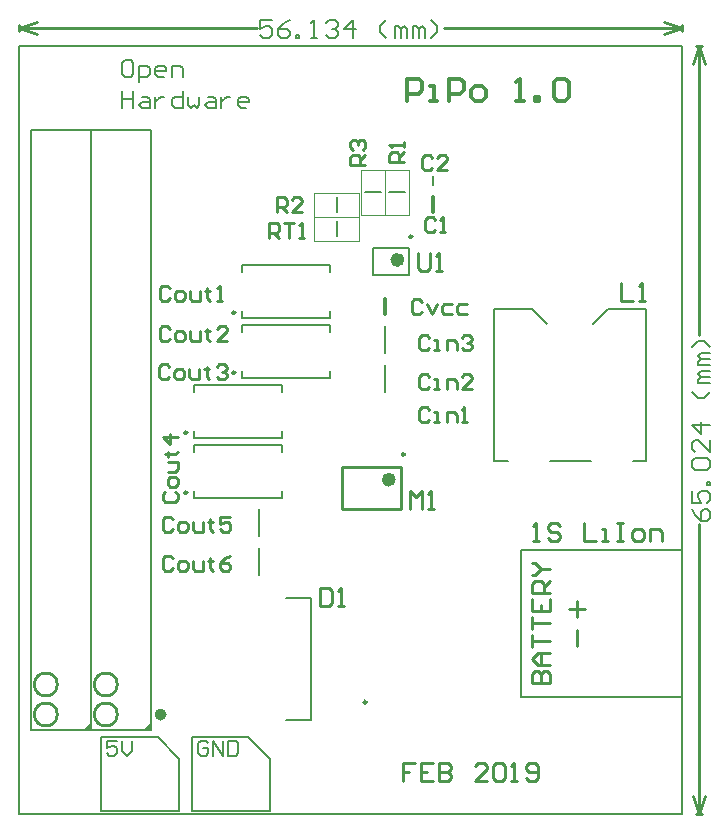
<source format=gto>
G04 Layer_Color=65535*
%FSLAX44Y44*%
%MOMM*%
G71*
G01*
G75*
%ADD25C,0.2540*%
%ADD26C,0.5080*%
%ADD28C,0.1270*%
%ADD29C,0.1524*%
%ADD36C,0.6000*%
%ADD37C,0.2500*%
%ADD38C,0.1000*%
%ADD39C,0.3048*%
%ADD40C,0.2000*%
%ADD41C,0.2032*%
D25*
X345050Y454750D02*
G03*
X345050Y454750I-9750J0D01*
G01*
X395850D02*
G03*
X395850Y454750I-9750J0D01*
G01*
Y480150D02*
G03*
X395850Y480150I-9750J0D01*
G01*
X345050D02*
G03*
X345050Y480150I-9750J0D01*
G01*
X643890Y628650D02*
Y643885D01*
X648968Y638807D01*
X654047Y643885D01*
Y628650D01*
X659125D02*
X664203D01*
X661664D01*
Y643885D01*
X659125Y641346D01*
X650240Y845815D02*
Y833119D01*
X652779Y830580D01*
X657858D01*
X660397Y833119D01*
Y845815D01*
X665475Y830580D02*
X670553D01*
X668014D01*
Y845815D01*
X665475Y843276D01*
X665054Y873545D02*
X662938Y875661D01*
X658706D01*
X656590Y873545D01*
Y865081D01*
X658706Y862965D01*
X662938D01*
X665054Y865081D01*
X669286Y862965D02*
X673518D01*
X671402D01*
Y875661D01*
X669286Y873545D01*
X662514Y926250D02*
X660398Y928366D01*
X656166D01*
X654050Y926250D01*
Y917786D01*
X656166Y915670D01*
X660398D01*
X662514Y917786D01*
X675210Y915670D02*
X666746D01*
X675210Y924134D01*
Y926250D01*
X673094Y928366D01*
X668862D01*
X666746Y926250D01*
X659974Y712890D02*
X657858Y715006D01*
X653626D01*
X651510Y712890D01*
Y704426D01*
X653626Y702310D01*
X657858D01*
X659974Y704426D01*
X664206Y702310D02*
X668438D01*
X666322D01*
Y710774D01*
X664206D01*
X674786Y702310D02*
Y710774D01*
X681134D01*
X683250Y708658D01*
Y702310D01*
X687482D02*
X691714D01*
X689598D01*
Y715006D01*
X687482Y712890D01*
X440264Y815760D02*
X438148Y817876D01*
X433916D01*
X431800Y815760D01*
Y807296D01*
X433916Y805180D01*
X438148D01*
X440264Y807296D01*
X446612Y805180D02*
X450844D01*
X452960Y807296D01*
Y811528D01*
X450844Y813644D01*
X446612D01*
X444496Y811528D01*
Y807296D01*
X446612Y805180D01*
X457192Y813644D02*
Y807296D01*
X459308Y805180D01*
X465656D01*
Y813644D01*
X472004Y815760D02*
Y813644D01*
X469888D01*
X474120D01*
X472004D01*
Y807296D01*
X474120Y805180D01*
X480468D02*
X484700D01*
X482584D01*
Y817876D01*
X480468Y815760D01*
X440264Y781470D02*
X438148Y783586D01*
X433916D01*
X431800Y781470D01*
Y773006D01*
X433916Y770890D01*
X438148D01*
X440264Y773006D01*
X446612Y770890D02*
X450844D01*
X452960Y773006D01*
Y777238D01*
X450844Y779354D01*
X446612D01*
X444496Y777238D01*
Y773006D01*
X446612Y770890D01*
X457192Y779354D02*
Y773006D01*
X459308Y770890D01*
X465656D01*
Y779354D01*
X472004Y781470D02*
Y779354D01*
X469888D01*
X474120D01*
X472004D01*
Y773006D01*
X474120Y770890D01*
X488932D02*
X480468D01*
X488932Y779354D01*
Y781470D01*
X486815Y783586D01*
X482584D01*
X480468Y781470D01*
X439629Y749085D02*
X437513Y751201D01*
X433281D01*
X431165Y749085D01*
Y740621D01*
X433281Y738505D01*
X437513D01*
X439629Y740621D01*
X445977Y738505D02*
X450209D01*
X452325Y740621D01*
Y744853D01*
X450209Y746969D01*
X445977D01*
X443861Y744853D01*
Y740621D01*
X445977Y738505D01*
X456557Y746969D02*
Y740621D01*
X458673Y738505D01*
X465021D01*
Y746969D01*
X471369Y749085D02*
Y746969D01*
X469253D01*
X473485D01*
X471369D01*
Y740621D01*
X473485Y738505D01*
X479833Y749085D02*
X481949Y751201D01*
X486180D01*
X488297Y749085D01*
Y746969D01*
X486180Y744853D01*
X484064D01*
X486180D01*
X488297Y742737D01*
Y740621D01*
X486180Y738505D01*
X481949D01*
X479833Y740621D01*
X436460Y643464D02*
X434344Y641348D01*
Y637116D01*
X436460Y635000D01*
X444924D01*
X447040Y637116D01*
Y641348D01*
X444924Y643464D01*
X447040Y649812D02*
Y654044D01*
X444924Y656160D01*
X440692D01*
X438576Y654044D01*
Y649812D01*
X440692Y647696D01*
X444924D01*
X447040Y649812D01*
X438576Y660392D02*
X444924D01*
X447040Y662508D01*
Y668856D01*
X438576D01*
X436460Y675204D02*
X438576D01*
Y673088D01*
Y677320D01*
Y675204D01*
X444924D01*
X447040Y677320D01*
Y690015D02*
X434344D01*
X440692Y683668D01*
Y692132D01*
X442804Y620180D02*
X440688Y622296D01*
X436456D01*
X434340Y620180D01*
Y611716D01*
X436456Y609600D01*
X440688D01*
X442804Y611716D01*
X449152Y609600D02*
X453384D01*
X455500Y611716D01*
Y615948D01*
X453384Y618064D01*
X449152D01*
X447036Y615948D01*
Y611716D01*
X449152Y609600D01*
X459732Y618064D02*
Y611716D01*
X461848Y609600D01*
X468196D01*
Y618064D01*
X474544Y620180D02*
Y618064D01*
X472428D01*
X476660D01*
X474544D01*
Y611716D01*
X476660Y609600D01*
X491471Y622296D02*
X483008D01*
Y615948D01*
X487239Y618064D01*
X489356D01*
X491471Y615948D01*
Y611716D01*
X489356Y609600D01*
X485123D01*
X483008Y611716D01*
X442804Y587160D02*
X440688Y589276D01*
X436456D01*
X434340Y587160D01*
Y578696D01*
X436456Y576580D01*
X440688D01*
X442804Y578696D01*
X449152Y576580D02*
X453384D01*
X455500Y578696D01*
Y582928D01*
X453384Y585044D01*
X449152D01*
X447036Y582928D01*
Y578696D01*
X449152Y576580D01*
X459732Y585044D02*
Y578696D01*
X461848Y576580D01*
X468196D01*
Y585044D01*
X474544Y587160D02*
Y585044D01*
X472428D01*
X476660D01*
X474544D01*
Y578696D01*
X476660Y576580D01*
X491471Y589276D02*
X487239Y587160D01*
X483008Y582928D01*
Y578696D01*
X485123Y576580D01*
X489356D01*
X491471Y578696D01*
Y580812D01*
X489356Y582928D01*
X483008D01*
X653624Y804330D02*
X651508Y806446D01*
X647276D01*
X645160Y804330D01*
Y795866D01*
X647276Y793750D01*
X651508D01*
X653624Y795866D01*
X657856Y802214D02*
X662088Y793750D01*
X666320Y802214D01*
X679016D02*
X672668D01*
X670552Y800098D01*
Y795866D01*
X672668Y793750D01*
X679016D01*
X691712Y802214D02*
X685364D01*
X683248Y800098D01*
Y795866D01*
X685364Y793750D01*
X691712D01*
X567055Y561970D02*
Y546735D01*
X574673D01*
X577212Y549274D01*
Y559431D01*
X574673Y561970D01*
X567055D01*
X582290Y546735D02*
X587368D01*
X584829D01*
Y561970D01*
X582290Y559431D01*
X822400Y820035D02*
Y804800D01*
X832557D01*
X837635D02*
X842713D01*
X840174D01*
Y820035D01*
X837635Y817496D01*
X638810Y922340D02*
X626114D01*
Y928688D01*
X628230Y930804D01*
X632462D01*
X634578Y928688D01*
Y922340D01*
Y926572D02*
X638810Y930804D01*
Y935036D02*
Y939268D01*
Y937152D01*
X626114D01*
X628230Y935036D01*
X530860Y880110D02*
Y892806D01*
X537208D01*
X539324Y890690D01*
Y886458D01*
X537208Y884342D01*
X530860D01*
X535092D02*
X539324Y880110D01*
X552020D02*
X543556D01*
X552020Y888574D01*
Y890690D01*
X549904Y892806D01*
X545672D01*
X543556Y890690D01*
X605790Y920115D02*
X593094D01*
Y926463D01*
X595210Y928579D01*
X599442D01*
X601558Y926463D01*
Y920115D01*
Y924347D02*
X605790Y928579D01*
X595210Y932811D02*
X593094Y934927D01*
Y939159D01*
X595210Y941275D01*
X597326D01*
X599442Y939159D01*
Y937043D01*
Y939159D01*
X601558Y941275D01*
X603674D01*
X605790Y939159D01*
Y934927D01*
X603674Y932811D01*
X524510Y858520D02*
Y871216D01*
X530858D01*
X532974Y869100D01*
Y864868D01*
X530858Y862752D01*
X524510D01*
X528742D02*
X532974Y858520D01*
X537206Y871216D02*
X545670D01*
X541438D01*
Y858520D01*
X549902D02*
X554134D01*
X552018D01*
Y871216D01*
X549902Y869100D01*
X659974Y740830D02*
X657858Y742946D01*
X653626D01*
X651510Y740830D01*
Y732366D01*
X653626Y730250D01*
X657858D01*
X659974Y732366D01*
X664206Y730250D02*
X668438D01*
X666322D01*
Y738714D01*
X664206D01*
X674786Y730250D02*
Y738714D01*
X681134D01*
X683250Y736598D01*
Y730250D01*
X695946D02*
X687482D01*
X695946Y738714D01*
Y740830D01*
X693830Y742946D01*
X689598D01*
X687482Y740830D01*
X659974Y773850D02*
X657858Y775966D01*
X653626D01*
X651510Y773850D01*
Y765386D01*
X653626Y763270D01*
X657858D01*
X659974Y765386D01*
X664206Y763270D02*
X668438D01*
X666322D01*
Y771734D01*
X664206D01*
X674786Y763270D02*
Y771734D01*
X681134D01*
X683250Y769618D01*
Y763270D01*
X687482Y773850D02*
X689598Y775966D01*
X693830D01*
X695946Y773850D01*
Y771734D01*
X693830Y769618D01*
X691714D01*
X693830D01*
X695946Y767502D01*
Y765386D01*
X693830Y763270D01*
X689598D01*
X687482Y765386D01*
X647697Y414015D02*
X637540D01*
Y406398D01*
X642618D01*
X637540D01*
Y398780D01*
X662932Y414015D02*
X652775D01*
Y398780D01*
X662932D01*
X652775Y406398D02*
X657853D01*
X668010Y414015D02*
Y398780D01*
X675628D01*
X678167Y401319D01*
Y403858D01*
X675628Y406398D01*
X668010D01*
X675628D01*
X678167Y408937D01*
Y411476D01*
X675628Y414015D01*
X668010D01*
X708637Y398780D02*
X698480D01*
X708637Y408937D01*
Y411476D01*
X706098Y414015D01*
X701020D01*
X698480Y411476D01*
X713715D02*
X716255Y414015D01*
X721333D01*
X723872Y411476D01*
Y401319D01*
X721333Y398780D01*
X716255D01*
X713715Y401319D01*
Y411476D01*
X728950Y398780D02*
X734029D01*
X731490D01*
Y414015D01*
X728950Y411476D01*
X741646Y401319D02*
X744185Y398780D01*
X749264D01*
X751803Y401319D01*
Y411476D01*
X749264Y414015D01*
X744185D01*
X741646Y411476D01*
Y408937D01*
X744185Y406398D01*
X751803D01*
X747395Y601980D02*
X752473D01*
X749934D01*
Y617215D01*
X747395Y614676D01*
X770248D02*
X767708Y617215D01*
X762630D01*
X760091Y614676D01*
Y612137D01*
X762630Y609598D01*
X767708D01*
X770248Y607058D01*
Y604519D01*
X767708Y601980D01*
X762630D01*
X760091Y604519D01*
X790561Y617215D02*
Y601980D01*
X800718D01*
X805796D02*
X810874D01*
X808335D01*
Y612137D01*
X805796D01*
X818492Y617215D02*
X823570D01*
X821031D01*
Y601980D01*
X818492D01*
X823570D01*
X833727D02*
X838805D01*
X841345Y604519D01*
Y609598D01*
X838805Y612137D01*
X833727D01*
X831188Y609598D01*
Y604519D01*
X833727Y601980D01*
X846423D02*
Y612137D01*
X854041D01*
X856580Y609598D01*
Y601980D01*
X784857Y526415D02*
Y512873D01*
X784863Y537210D02*
Y550752D01*
X778092Y543981D02*
X791634D01*
X746765Y481330D02*
X762000D01*
Y488947D01*
X759461Y491487D01*
X756922D01*
X754382Y488947D01*
Y481330D01*
Y488947D01*
X751843Y491487D01*
X749304D01*
X746765Y488947D01*
Y481330D01*
X762000Y496565D02*
X751843D01*
X746765Y501643D01*
X751843Y506722D01*
X762000D01*
X754382D01*
Y496565D01*
X746765Y511800D02*
Y521957D01*
Y516879D01*
X762000D01*
X746765Y527035D02*
Y537192D01*
Y532114D01*
X762000D01*
X746765Y552427D02*
Y542270D01*
X762000D01*
Y552427D01*
X754382Y542270D02*
Y547349D01*
X762000Y557505D02*
X746765D01*
Y565123D01*
X749304Y567662D01*
X754382D01*
X756922Y565123D01*
Y557505D01*
Y562584D02*
X762000Y567662D01*
X746765Y572740D02*
X749304D01*
X754382Y577819D01*
X749304Y582897D01*
X746765D01*
X754382Y577819D02*
X762000D01*
X873760Y1033780D02*
Y1038860D01*
X312420Y1033780D02*
Y1038860D01*
X858520Y1031240D02*
X873760Y1036320D01*
X858520Y1041400D02*
X873760Y1036320D01*
X312420D02*
X327660Y1031240D01*
X312420Y1036320D02*
X327660Y1041400D01*
X672060Y1036320D02*
X873760D01*
X312420D02*
X514120D01*
X885825Y1021080D02*
X890905D01*
X885825Y370840D02*
X890905D01*
X888365Y1021080D02*
X893445Y1005840D01*
X883285D02*
X888365Y1021080D01*
Y370840D02*
X893445Y386080D01*
X883285D02*
X888365Y370840D01*
Y776199D02*
Y1021080D01*
Y370840D02*
Y615721D01*
D26*
X434975Y454660D02*
G03*
X434975Y454660I-2540J0D01*
G01*
D28*
X382270Y372745D02*
X448310D01*
Y417195D01*
X429895Y435610D02*
X448310Y417195D01*
X382270Y435610D02*
X429895D01*
X382270Y372745D02*
Y435610D01*
X459105Y372745D02*
Y435610D01*
X506730D01*
X459105Y372745D02*
Y435610D01*
X506730D02*
X525145Y417195D01*
Y372745D02*
Y417195D01*
X459105Y372745D02*
X525145D01*
X866140Y469900D02*
X873760D01*
X861060Y594360D02*
X873760D01*
X737870Y469900D02*
X866140D01*
X737870D02*
Y520700D01*
Y594360D01*
X861060D01*
X714720Y669370D02*
Y798370D01*
X843720Y669370D02*
Y798370D01*
X714720D02*
X746970D01*
X811470D02*
X843720D01*
X746970D02*
X759670Y785670D01*
X798770D02*
X811470Y798370D01*
X779530Y669370D02*
X795577D01*
X832100D02*
X843720D01*
X714720D02*
X726880D01*
X762250D02*
X779530D01*
X795577D02*
X796730D01*
X370840Y444500D02*
X373380Y441960D01*
Y444500D01*
X370840D02*
X373380D01*
X370840Y441960D02*
Y444500D01*
X421640Y441960D02*
Y444500D01*
X424180D01*
X421640D02*
X424180Y441960D01*
X421640D02*
X424180Y444500D01*
X419100Y441960D02*
X424180Y447040D01*
X368300Y441960D02*
X373380Y447040D01*
X312420Y1021080D02*
X873760D01*
Y370840D02*
Y1021080D01*
X312420Y370840D02*
X873760D01*
X312420D02*
Y1021080D01*
D29*
X662939Y902780D02*
Y910779D01*
X526817Y1042413D02*
X516660D01*
Y1034796D01*
X521739Y1037335D01*
X524278D01*
X526817Y1034796D01*
Y1029718D01*
X524278Y1027178D01*
X519199D01*
X516660Y1029718D01*
X542052Y1042413D02*
X536974Y1039874D01*
X531895Y1034796D01*
Y1029718D01*
X534435Y1027178D01*
X539513D01*
X542052Y1029718D01*
Y1032257D01*
X539513Y1034796D01*
X531895D01*
X547130Y1027178D02*
Y1029718D01*
X549670D01*
Y1027178D01*
X547130D01*
X559826D02*
X564905D01*
X562365D01*
Y1042413D01*
X559826Y1039874D01*
X572522D02*
X575061Y1042413D01*
X580140D01*
X582679Y1039874D01*
Y1037335D01*
X580140Y1034796D01*
X577601D01*
X580140D01*
X582679Y1032257D01*
Y1029718D01*
X580140Y1027178D01*
X575061D01*
X572522Y1029718D01*
X595375Y1027178D02*
Y1042413D01*
X587757Y1034796D01*
X597914D01*
X623306Y1027178D02*
X618227Y1032257D01*
Y1037335D01*
X623306Y1042413D01*
X630923Y1027178D02*
Y1037335D01*
X633462D01*
X636002Y1034796D01*
Y1027178D01*
Y1034796D01*
X638541Y1037335D01*
X641080Y1034796D01*
Y1027178D01*
X646158D02*
Y1037335D01*
X648698D01*
X651237Y1034796D01*
Y1027178D01*
Y1034796D01*
X653776Y1037335D01*
X656315Y1034796D01*
Y1027178D01*
X661393D02*
X666472Y1032257D01*
Y1037335D01*
X661393Y1042413D01*
X882271Y628417D02*
X884811Y623339D01*
X889889Y618261D01*
X894967D01*
X897506Y620800D01*
Y625878D01*
X894967Y628417D01*
X892428D01*
X889889Y625878D01*
Y618261D01*
X882271Y643652D02*
Y633496D01*
X889889D01*
X887350Y638574D01*
Y641113D01*
X889889Y643652D01*
X894967D01*
X897506Y641113D01*
Y636035D01*
X894967Y633496D01*
X897506Y648731D02*
X894967D01*
Y651270D01*
X897506D01*
Y648731D01*
X884811Y661427D02*
X882271Y663966D01*
Y669044D01*
X884811Y671583D01*
X894967D01*
X897506Y669044D01*
Y663966D01*
X894967Y661427D01*
X884811D01*
X897506Y686818D02*
Y676662D01*
X887350Y686818D01*
X884811D01*
X882271Y684279D01*
Y679201D01*
X884811Y676662D01*
X897506Y699514D02*
X882271D01*
X889889Y691897D01*
Y702054D01*
X897506Y727445D02*
X892428Y722367D01*
X887350D01*
X882271Y727445D01*
X897506Y735063D02*
X887350D01*
Y737602D01*
X889889Y740141D01*
X897506D01*
X889889D01*
X887350Y742680D01*
X889889Y745220D01*
X897506D01*
Y750298D02*
X887350D01*
Y752837D01*
X889889Y755376D01*
X897506D01*
X889889D01*
X887350Y757915D01*
X889889Y760455D01*
X897506D01*
Y765533D02*
X892428Y770611D01*
X887350D01*
X882271Y765533D01*
D36*
X635880Y839700D02*
G03*
X635880Y839700I-3000J0D01*
G01*
X628620Y653680D02*
G03*
X628620Y653680I-3000J0D01*
G01*
D37*
X645630Y859350D02*
G03*
X645630Y859350I-1250J0D01*
G01*
X639220Y675130D02*
G03*
X639220Y675130I-1250J0D01*
G01*
X495730Y795050D02*
G03*
X495730Y795050I-1250J0D01*
G01*
Y744250D02*
G03*
X495730Y744250I-1250J0D01*
G01*
X455090Y693450D02*
G03*
X455090Y693450I-1250J0D01*
G01*
Y642650D02*
G03*
X455090Y642650I-1250J0D01*
G01*
X606790Y465250D02*
G03*
X606790Y465250I-1250J0D01*
G01*
X585870Y663930D02*
X635870D01*
X585870Y628930D02*
X635870D01*
Y663930D01*
X585870Y628930D02*
Y663930D01*
D38*
X643800Y699160D02*
G03*
X643800Y699160I-500J0D01*
G01*
X642620Y877730D02*
Y915830D01*
X622300Y877730D02*
X642620D01*
X622300D02*
Y915830D01*
X642620D01*
X622300Y877730D02*
Y915830D01*
X601980Y877730D02*
X622300D01*
X601980D02*
Y915830D01*
X622300D01*
X562450Y896620D02*
X600550D01*
Y876300D02*
Y896620D01*
X562450Y876300D02*
X600550D01*
X562450D02*
Y896620D01*
Y876300D02*
X600550D01*
Y855980D02*
Y876300D01*
X562450Y855980D02*
X600550D01*
X562450D02*
Y876300D01*
D39*
X662938Y880210D02*
Y892710D01*
X622302Y793850D02*
Y806350D01*
X641350Y974090D02*
Y993134D01*
X650872D01*
X654046Y989960D01*
Y983612D01*
X650872Y980438D01*
X641350D01*
X660394Y974090D02*
X666742D01*
X663568D01*
Y986786D01*
X660394D01*
X676264Y974090D02*
Y993134D01*
X685786D01*
X688960Y989960D01*
Y983612D01*
X685786Y980438D01*
X676264D01*
X698482Y974090D02*
X704829D01*
X708003Y977264D01*
Y983612D01*
X704829Y986786D01*
X698482D01*
X695308Y983612D01*
Y977264D01*
X698482Y974090D01*
X733395D02*
X739743D01*
X736569D01*
Y993134D01*
X733395Y989960D01*
X749265Y974090D02*
Y977264D01*
X752439D01*
Y974090D01*
X749265D01*
X765135Y989960D02*
X768309Y993134D01*
X774657D01*
X777831Y989960D01*
Y977264D01*
X774657Y974090D01*
X768309D01*
X765135Y977264D01*
Y989960D01*
D40*
X625960Y896780D02*
X638960D01*
X605640D02*
X618640D01*
X581500Y879960D02*
Y892960D01*
Y859640D02*
Y872640D01*
X611880Y826700D02*
Y849700D01*
X642880Y826700D02*
Y849700D01*
X611880Y826700D02*
X642880D01*
X611880Y849700D02*
X642880D01*
X622300Y760660D02*
Y783660D01*
Y727640D02*
Y750640D01*
X500980Y829050D02*
Y835300D01*
X575980Y829050D02*
Y835300D01*
X500980Y790300D02*
Y796550D01*
X575980Y790300D02*
Y796550D01*
X500980Y835300D02*
X575980D01*
X500980Y790300D02*
X575980D01*
X500980Y778250D02*
Y784500D01*
X575980Y778250D02*
Y784500D01*
X500980Y739500D02*
Y745750D01*
X575980Y739500D02*
Y745750D01*
X500980Y784500D02*
X575980D01*
X500980Y739500D02*
X575980D01*
X460340Y727450D02*
Y733700D01*
X535340Y727450D02*
Y733700D01*
X460340Y688700D02*
Y694950D01*
X535340Y688700D02*
Y694950D01*
X460340Y733700D02*
X535340D01*
X460340Y688700D02*
X535340D01*
X460340Y676650D02*
Y682900D01*
X535340Y676650D02*
Y682900D01*
X460340Y637900D02*
Y644150D01*
X535340Y637900D02*
Y644150D01*
X460340Y682900D02*
X535340D01*
X460340Y637900D02*
X535340D01*
X515620Y605720D02*
Y628720D01*
Y572700D02*
Y595700D01*
X538640Y450150D02*
X559940D01*
Y553150D01*
X538640D02*
X559940D01*
X373380Y441960D02*
Y949960D01*
X322580Y441960D02*
Y949960D01*
Y441960D02*
X373380D01*
X322580Y949960D02*
X373380D01*
X424180Y441960D02*
Y949960D01*
X373380Y441960D02*
Y949960D01*
Y441960D02*
X424180D01*
X373380Y949960D02*
X424180D01*
D41*
X407160Y1008758D02*
X402505D01*
X400177Y1006430D01*
Y997120D01*
X402505Y994792D01*
X407160D01*
X409487Y997120D01*
Y1006430D01*
X407160Y1008758D01*
X414142Y990137D02*
Y1004103D01*
X421125D01*
X423453Y1001775D01*
Y997120D01*
X421125Y994792D01*
X414142D01*
X435091D02*
X430435D01*
X428108Y997120D01*
Y1001775D01*
X430435Y1004103D01*
X435091D01*
X437418Y1001775D01*
Y999448D01*
X428108D01*
X442073Y994792D02*
Y1004103D01*
X449056D01*
X451384Y1001775D01*
Y994792D01*
X400177Y982467D02*
Y968502D01*
Y975485D01*
X409487D01*
Y982467D01*
Y968502D01*
X416470Y977812D02*
X421125D01*
X423453Y975485D01*
Y968502D01*
X416470D01*
X414142Y970830D01*
X416470Y973157D01*
X423453D01*
X428108Y977812D02*
Y968502D01*
Y973157D01*
X430435Y975485D01*
X432763Y977812D01*
X435091D01*
X451384Y982467D02*
Y968502D01*
X444401D01*
X442073Y970830D01*
Y975485D01*
X444401Y977812D01*
X451384D01*
X456039D02*
Y970830D01*
X458367Y968502D01*
X460694Y970830D01*
X463022Y968502D01*
X465349Y970830D01*
Y977812D01*
X472332D02*
X476987D01*
X479315Y975485D01*
Y968502D01*
X472332D01*
X470004Y970830D01*
X472332Y973157D01*
X479315D01*
X483970Y977812D02*
Y968502D01*
Y973157D01*
X486297Y975485D01*
X488625Y977812D01*
X490953D01*
X504918Y968502D02*
X500263D01*
X497935Y970830D01*
Y975485D01*
X500263Y977812D01*
X504918D01*
X507246Y975485D01*
Y973157D01*
X497935D01*
X395179Y432431D02*
X386715D01*
Y426083D01*
X390947Y428199D01*
X393063D01*
X395179Y426083D01*
Y421851D01*
X393063Y419735D01*
X388831D01*
X386715Y421851D01*
X399411Y432431D02*
Y423967D01*
X403643Y419735D01*
X407875Y423967D01*
Y432431D01*
X472649Y430315D02*
X470533Y432431D01*
X466301D01*
X464185Y430315D01*
Y421851D01*
X466301Y419735D01*
X470533D01*
X472649Y421851D01*
Y426083D01*
X468417D01*
X476881Y419735D02*
Y432431D01*
X485345Y419735D01*
Y432431D01*
X489577D02*
Y419735D01*
X495925D01*
X498041Y421851D01*
Y430315D01*
X495925Y432431D01*
X489577D01*
M02*

</source>
